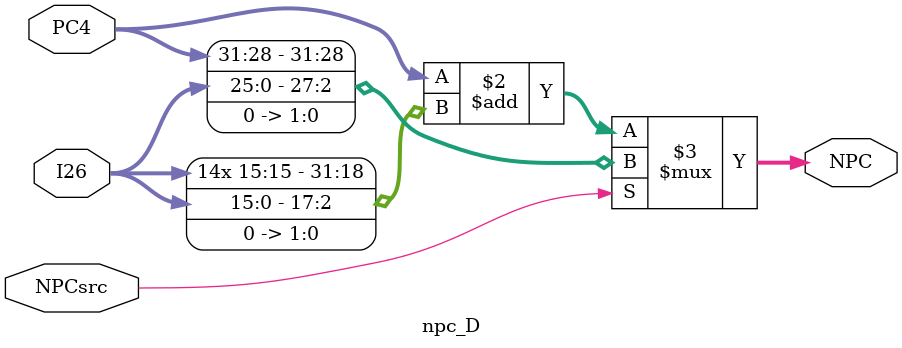
<source format=v>
`timescale 1ns / 1ps
module npc_D(
    input NPCsrc,
    input [31:0] PC4,
    input [25:0] I26,
    output [31:0] NPC
    );
	 // Îª1Ê±±íÊ¾¸üÐÂjÐÍÖ¸Áî,Îª0Ê±±íÊ¾¸üÐÂÌø×ªÖ¸Áî
	 assign NPC = (NPCsrc==1) ? {PC4[31:28],I26[25:0],2'b00} : (PC4 + {{14{I26[15]}},I26[15:0],2'b00});
	 
endmodule

</source>
